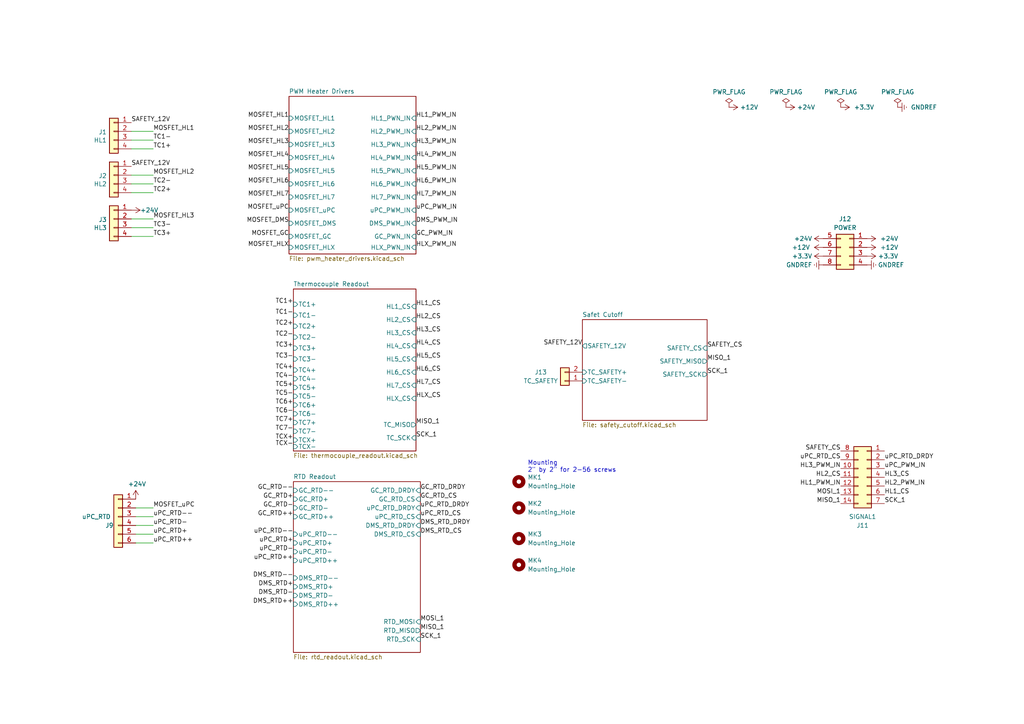
<source format=kicad_sch>
(kicad_sch (version 20250114) (generator "eeschema") (generator_version "9.0")
  (paper "A4")
  (lib_symbols
    (symbol "Connector_Generic:Conn_01x02" (pin_names (offset 1.016) (hide yes))
      (property "Reference" "J" (at 0 2.54 0))
      (property "Value" "Conn_01x02" (at 0 -5.08 0))
      (symbol "Conn_01x02_1_1"
        (rectangle (start -1.27 1.27) (end 1.27 -3.81) (stroke (width 0.254)) (fill (type background)))
        (rectangle (start -1.27 0.127) (end 0 -0.127) (stroke (width 0.1524)))
        (rectangle (start -1.27 -2.413) (end 0 -2.667) (stroke (width 0.1524)))
        (pin passive line (at -5.08 0 0) (length 3.81) (name "Pin_1") (number "1"))
        (pin passive line (at -5.08 -2.54 0) (length 3.81) (name "Pin_2") (number "2"))
      )
    )
    (symbol "Connector_Generic:Conn_01x04" (pin_names (offset 1.016) (hide yes))
      (property "Reference" "J" (at 0 5.08 0))
      (property "Value" "Conn_01x04" (at 0 -7.62 0))
      (symbol "Conn_01x04_1_1"
        (rectangle (start -1.27 3.81) (end 1.27 -6.35) (stroke (width 0.254)) (fill (type background)))
        (rectangle (start -1.27 2.667) (end 0 2.413) (stroke (width 0.1524)))
        (rectangle (start -1.27 0.127) (end 0 -0.127) (stroke (width 0.1524)))
        (rectangle (start -1.27 -2.413) (end 0 -2.667) (stroke (width 0.1524)))
        (rectangle (start -1.27 -4.953) (end 0 -5.207) (stroke (width 0.1524)))
        (pin passive line (at -5.08 2.54 0) (length 3.81) (name "Pin_1") (number "1"))
        (pin passive line (at -5.08 0 0) (length 3.81) (name "Pin_2") (number "2"))
        (pin passive line (at -5.08 -2.54 0) (length 3.81) (name "Pin_3") (number "3"))
        (pin passive line (at -5.08 -5.08 0) (length 3.81) (name "Pin_4") (number "4"))
      )
    )
    (symbol "Connector_Generic:Conn_01x06" (pin_names (offset 1.016) (hide yes))
      (property "Reference" "J" (at 0 7.62 0))
      (property "Value" "Conn_01x06" (at 0 -10.16 0))
      (symbol "Conn_01x06_1_1"
        (rectangle (start -1.27 6.35) (end 1.27 -8.89) (stroke (width 0.254)) (fill (type background)))
        (rectangle (start -1.27 5.207) (end 0 4.953) (stroke (width 0.1524)))
        (rectangle (start -1.27 2.667) (end 0 2.413) (stroke (width 0.1524)))
        (rectangle (start -1.27 0.127) (end 0 -0.127) (stroke (width 0.1524)))
        (rectangle (start -1.27 -2.413) (end 0 -2.667) (stroke (width 0.1524)))
        (rectangle (start -1.27 -4.953) (end 0 -5.207) (stroke (width 0.1524)))
        (rectangle (start -1.27 -7.493) (end 0 -7.747) (stroke (width 0.1524)))
        (pin passive line (at -5.08 5.08 0) (length 3.81) (name "Pin_1") (number "1"))
        (pin passive line (at -5.08 2.54 0) (length 3.81) (name "Pin_2") (number "2"))
        (pin passive line (at -5.08 0 0) (length 3.81) (name "Pin_3") (number "3"))
        (pin passive line (at -5.08 -2.54 0) (length 3.81) (name "Pin_4") (number "4"))
        (pin passive line (at -5.08 -5.08 0) (length 3.81) (name "Pin_5") (number "5"))
        (pin passive line (at -5.08 -7.62 0) (length 3.81) (name "Pin_6") (number "6"))
      )
    )
    (symbol "Mechanical:MountingHole" (pin_names (offset 1.016))
      (property "Reference" "H" (at 0 5.08 0))
      (property "Value" "MountingHole" (at 0 3.175 0))
      (symbol "MountingHole_0_1"
        (circle (center 0 0) (radius 1.27) (stroke (width 1.27)))
      )
    )
    (symbol "conn:Conn_02x04_Top_Bottom" (pin_names (offset 1.016) (hide yes))
      (property "Reference" "J" (at 1.27 5.08 0))
      (property "Value" "Conn_02x04_Top_Bottom" (at 1.27 -7.62 0))
      (symbol "Conn_02x04_Top_Bottom_1_1"
        (rectangle (start -1.27 3.81) (end 3.81 -6.35) (stroke (width 0.254)) (fill (type background)))
        (rectangle (start -1.27 2.667) (end 0 2.413) (stroke (width 0.1524)))
        (rectangle (start -1.27 0.127) (end 0 -0.127) (stroke (width 0.1524)))
        (rectangle (start -1.27 -2.413) (end 0 -2.667) (stroke (width 0.1524)))
        (rectangle (start -1.27 -4.953) (end 0 -5.207) (stroke (width 0.1524)))
        (rectangle (start 3.81 2.667) (end 2.54 2.413) (stroke (width 0.1524)))
        (rectangle (start 3.81 0.127) (end 2.54 -0.127) (stroke (width 0.1524)))
        (rectangle (start 3.81 -2.413) (end 2.54 -2.667) (stroke (width 0.1524)))
        (rectangle (start 3.81 -4.953) (end 2.54 -5.207) (stroke (width 0.1524)))
        (pin passive line (at -5.08 2.54 0) (length 3.81) (name "Pin_1") (number "1"))
        (pin passive line (at -5.08 0 0) (length 3.81) (name "Pin_2") (number "2"))
        (pin passive line (at -5.08 -2.54 0) (length 3.81) (name "Pin_3") (number "3"))
        (pin passive line (at -5.08 -5.08 0) (length 3.81) (name "Pin_4") (number "4"))
        (pin passive line (at 7.62 2.54 180) (length 3.81) (name "Pin_5") (number "5"))
        (pin passive line (at 7.62 0 180) (length 3.81) (name "Pin_6") (number "6"))
        (pin passive line (at 7.62 -2.54 180) (length 3.81) (name "Pin_7") (number "7"))
        (pin passive line (at 7.62 -5.08 180) (length 3.81) (name "Pin_8") (number "8"))
      )
    )
    (symbol "conn:Conn_02x07_Top_Bottom" (pin_names (offset 1.016) (hide yes))
      (property "Reference" "J" (at 1.27 10.16 0))
      (property "Value" "Conn_02x07_Top_Bottom" (at 1.27 -10.16 0))
      (symbol "Conn_02x07_Top_Bottom_1_1"
        (rectangle (start -1.27 8.89) (end 3.81 -8.89) (stroke (width 0.254)) (fill (type background)))
        (rectangle (start -1.27 7.747) (end 0 7.493) (stroke (width 0.1524)))
        (rectangle (start -1.27 5.207) (end 0 4.953) (stroke (width 0.1524)))
        (rectangle (start -1.27 2.667) (end 0 2.413) (stroke (width 0.1524)))
        (rectangle (start -1.27 0.127) (end 0 -0.127) (stroke (width 0.1524)))
        (rectangle (start -1.27 -2.413) (end 0 -2.667) (stroke (width 0.1524)))
        (rectangle (start -1.27 -4.953) (end 0 -5.207) (stroke (width 0.1524)))
        (rectangle (start -1.27 -7.493) (end 0 -7.747) (stroke (width 0.1524)))
        (rectangle (start 3.81 7.747) (end 2.54 7.493) (stroke (width 0.1524)))
        (rectangle (start 3.81 5.207) (end 2.54 4.953) (stroke (width 0.1524)))
        (rectangle (start 3.81 2.667) (end 2.54 2.413) (stroke (width 0.1524)))
        (rectangle (start 3.81 0.127) (end 2.54 -0.127) (stroke (width 0.1524)))
        (rectangle (start 3.81 -2.413) (end 2.54 -2.667) (stroke (width 0.1524)))
        (rectangle (start 3.81 -4.953) (end 2.54 -5.207) (stroke (width 0.1524)))
        (rectangle (start 3.81 -7.493) (end 2.54 -7.747) (stroke (width 0.1524)))
        (pin passive line (at -5.08 7.62 0) (length 3.81) (name "Pin_1") (number "1"))
        (pin passive line (at -5.08 5.08 0) (length 3.81) (name "Pin_2") (number "2"))
        (pin passive line (at -5.08 2.54 0) (length 3.81) (name "Pin_3") (number "3"))
        (pin passive line (at -5.08 0 0) (length 3.81) (name "Pin_4") (number "4"))
        (pin passive line (at -5.08 -2.54 0) (length 3.81) (name "Pin_5") (number "5"))
        (pin passive line (at -5.08 -5.08 0) (length 3.81) (name "Pin_6") (number "6"))
        (pin passive line (at -5.08 -7.62 0) (length 3.81) (name "Pin_7") (number "7"))
        (pin passive line (at 7.62 7.62 180) (length 3.81) (name "Pin_8") (number "8"))
        (pin passive line (at 7.62 5.08 180) (length 3.81) (name "Pin_9") (number "9"))
        (pin passive line (at 7.62 2.54 180) (length 3.81) (name "Pin_10") (number "10"))
        (pin passive line (at 7.62 0 180) (length 3.81) (name "Pin_11") (number "11"))
        (pin passive line (at 7.62 -2.54 180) (length 3.81) (name "Pin_12") (number "12"))
        (pin passive line (at 7.62 -5.08 180) (length 3.81) (name "Pin_13") (number "13"))
        (pin passive line (at 7.62 -7.62 180) (length 3.81) (name "Pin_14") (number "14"))
      )
    )
    (symbol "power:+12V" (power) (pin_names (offset 0))
      (property "Value" "+12V" (at 0 3.556 0))
      (symbol "+12V_0_1"
        (polyline (pts (xy -0.762 1.27) (xy 0 2.54)))
        (polyline (pts (xy 0 2.54) (xy 0.762 1.27)))
        (polyline (pts (xy 0 0) (xy 0 2.54)))
      )
      (symbol "+12V_1_1"
        (pin power_in line (at 0 0 90) (length 0) (hide yes) (name "+12V") (number "1"))
      )
    )
    (symbol "power:+24V" (power) (pin_names (offset 0))
      (property "Value" "+24V" (at 0 3.556 0))
      (symbol "+24V_0_1"
        (polyline (pts (xy -0.762 1.27) (xy 0 2.54)))
        (polyline (pts (xy 0 2.54) (xy 0.762 1.27)))
        (polyline (pts (xy 0 0) (xy 0 2.54)))
      )
      (symbol "+24V_1_1"
        (pin power_in line (at 0 0 90) (length 0) (hide yes) (name "+24V") (number "1"))
      )
    )
    (symbol "power:+3.3V" (power) (pin_names (offset 0))
      (property "Value" "+3.3V" (at 0 3.556 0))
      (symbol "+3.3V_0_1"
        (polyline (pts (xy -0.762 1.27) (xy 0 2.54)))
        (polyline (pts (xy 0 2.54) (xy 0.762 1.27)))
        (polyline (pts (xy 0 0) (xy 0 2.54)))
      )
      (symbol "+3.3V_1_1"
        (pin power_in line (at 0 0 90) (length 0) (hide yes) (name "+3.3V") (number "1"))
      )
    )
    (symbol "power:GNDREF" (power) (pin_names (offset 0))
      (property "Value" "GNDREF" (at 0 -3.81 0))
      (symbol "GNDREF_0_1"
        (polyline (pts (xy -0.635 -1.905) (xy 0.635 -1.905)))
        (polyline (pts (xy -0.127 -2.54) (xy 0.127 -2.54)))
        (polyline (pts (xy 0 -1.27) (xy 0 0)))
        (polyline (pts (xy 1.27 -1.27) (xy -1.27 -1.27)))
      )
      (symbol "GNDREF_1_1"
        (pin power_in line (at 0 0 270) (length 0) (hide yes) (name "GNDREF") (number "1"))
      )
    )
    (symbol "power:PWR_FLAG" (power) (pin_numbers (hide yes)) (pin_names (offset 0) (hide yes))
      (property "Value" "PWR_FLAG" (at 0 3.81 0))
      (symbol "PWR_FLAG_0_0"
        (pin power_out line (at 0 0 90) (length 0) (name "pwr") (number "1"))
      )
      (symbol "PWR_FLAG_0_1"
        (polyline (pts (xy 0 0) (xy 0 1.27) (xy -1.016 1.905) (xy 0 2.54) (xy 1.016 1.905) (xy 0 1.27)))
      )
    )
  )
  (text "Mounting\n2\" by 2\" for 2-56 screws" (at 153.035 137.16 0) (effects (font (size 1.27 1.27)) (justify left bottom)))
  (wire (pts (xy 44.45 149.86) (xy 39.37 149.86)))
  (wire (pts (xy 44.45 152.4) (xy 39.37 152.4)))
  (wire (pts (xy 38.1 55.88) (xy 44.45 55.88)))
  (wire (pts (xy 38.1 68.58) (xy 44.45 68.58)))
  (wire (pts (xy 44.45 157.48) (xy 39.37 157.48)))
  (wire (pts (xy 38.1 43.18) (xy 44.45 43.18)))
  (wire (pts (xy 39.37 154.94) (xy 44.45 154.94)))
  (wire (pts (xy 44.45 66.04) (xy 38.1 66.04)))
  (wire (pts (xy 44.45 63.5) (xy 38.1 63.5)))
  (wire (pts (xy 38.1 50.8) (xy 44.45 50.8)))
  (wire (pts (xy 39.37 147.32) (xy 44.45 147.32)))
  (wire (pts (xy 38.1 38.1) (xy 44.45 38.1)))
  (wire (pts (xy 38.1 53.34) (xy 44.45 53.34)))
  (wire (pts (xy 38.1 40.64) (xy 44.45 40.64)))
  (label "MOSFET_HL7" (at 83.82 57.15 180))
  (label "GC_RTD_CS" (at 121.92 144.78 0))
  (label "SAFETY_CS" (at 205.105 100.965 0))
  (label "MOSFET_HL1" (at 44.45 38.1 0))
  (label "HL3_CS" (at 120.65 96.52 0))
  (label "TC4-" (at 85.09 109.855 180))
  (label "HL3_PWM_IN" (at 243.84 135.89 180))
  (label "MISO_1" (at 121.92 182.88 0))
  (label "TC3+" (at 85.09 100.965 180))
  (label "MOSFET_HL2" (at 83.82 38.1 180))
  (label "HL1_CS" (at 256.54 143.51 0))
  (label "HL2_PWM_IN" (at 120.65 38.1 0))
  (label "uPC_RTD+" (at 44.45 154.94 0))
  (label "uPC_RTD-" (at 44.45 152.4 0))
  (label "MOSFET_HL6" (at 83.82 53.34 180))
  (label "TC3-" (at 44.45 66.04 0))
  (label "GC_RTD_DRDY" (at 121.92 142.24 0))
  (label "MISO_1" (at 205.105 104.775 0))
  (label "TC6-" (at 85.09 120.015 180))
  (label "DMS_RTD++" (at 85.09 175.26 180))
  (label "SAFETY_12V" (at 38.1 48.26 0))
  (label "MOSFET_HL1" (at 83.82 34.29 180))
  (label "GC_RTD++" (at 85.09 149.86 180))
  (label "SCK_1" (at 121.92 185.42 0))
  (label "TC7-" (at 85.09 125.095 180))
  (label "uPC_RTD+" (at 85.09 157.48 180))
  (label "DMS_RTD_CS" (at 121.92 154.94 0))
  (label "MOSFET_HL3" (at 44.45 63.5 0))
  (label "TC1-" (at 44.45 40.64 0))
  (label "SAFETY_12V" (at 168.91 100.33 180))
  (label "HL2_CS" (at 120.65 92.71 0))
  (label "TC2+" (at 85.09 94.615 180))
  (label "DMS_PWM_IN" (at 120.65 64.77 0))
  (label "MOSI_1" (at 243.84 143.51 180))
  (label "GC_RTD-" (at 85.09 147.32 180))
  (label "TC3+" (at 44.45 68.58 0))
  (label "DMS_RTD--" (at 85.09 167.64 180))
  (label "TC1+" (at 44.45 43.18 0))
  (label "uPC_RTD-" (at 85.09 160.02 180))
  (label "MOSFET_uPC" (at 83.82 60.96 180))
  (label "uPC_RTD_DRDY" (at 256.54 133.35 0))
  (label "HLX_CS" (at 120.65 115.57 0))
  (label "HL5_CS" (at 120.65 104.14 0))
  (label "HLX_PWM_IN" (at 120.65 71.755 0))
  (label "HL3_PWM_IN" (at 120.65 41.91 0))
  (label "TC6+" (at 85.09 117.475 180))
  (label "TC2-" (at 85.09 97.79 180))
  (label "uPC_RTD++" (at 44.45 157.48 0))
  (label "DMS_RTD-" (at 85.09 172.72 180))
  (label "MOSFET_HL4" (at 83.82 45.72 180))
  (label "HL5_PWM_IN" (at 120.65 49.53 0))
  (label "HL6_PWM_IN" (at 120.65 53.34 0))
  (label "MOSFET_DMS" (at 83.82 64.77 180))
  (label "TC4+" (at 85.09 107.315 180))
  (label "HL1_PWM_IN" (at 120.65 34.29 0))
  (label "SCK_1" (at 205.105 108.585 0))
  (label "HL3_CS" (at 256.54 138.43 0))
  (label "MOSI_1" (at 121.92 180.34 0))
  (label "TCX-" (at 85.09 129.54 180))
  (label "MOSFET_HLX" (at 83.82 71.755 180))
  (label "uPC_RTD--" (at 85.09 154.94 180))
  (label "MISO_1" (at 243.84 146.05 180))
  (label "TC7+" (at 85.09 122.555 180))
  (label "HL7_PWM_IN" (at 120.65 57.15 0))
  (label "SAFETY_CS" (at 243.84 130.81 180))
  (label "uPC_PWM_IN" (at 120.65 60.96 0))
  (label "SAFETY_12V" (at 38.1 35.56 0))
  (label "TC5-" (at 85.09 114.935 180))
  (label "SCK_1" (at 120.65 127 0))
  (label "HL2_PWM_IN" (at 256.54 140.97 0))
  (label "uPC_RTD_CS" (at 121.92 149.86 0))
  (label "DMS_RTD+" (at 85.09 170.18 180))
  (label "HL1_PWM_IN" (at 243.84 140.97 180))
  (label "GC_RTD--" (at 85.09 142.24 180))
  (label "GC_PWM_IN" (at 120.65 68.58 0))
  (label "uPC_PWM_IN" (at 256.54 135.89 0))
  (label "MOSFET_HL5" (at 83.82 49.53 180))
  (label "MISO_1" (at 120.65 123.19 0))
  (label "HL2_CS" (at 243.84 138.43 180))
  (label "TC2+" (at 44.45 55.88 0))
  (label "MOSFET_HL3" (at 83.82 41.91 180))
  (label "MOSFET_GC" (at 83.82 68.58 180))
  (label "HL6_CS" (at 120.65 107.95 0))
  (label "uPC_RTD_DRDY" (at 121.92 147.32 0))
  (label "SCK_1" (at 256.54 146.05 0))
  (label "HL7_CS" (at 120.65 111.76 0))
  (label "uPC_RTD++" (at 85.09 162.56 180))
  (label "HL1_CS" (at 120.65 88.9 0))
  (label "TC1+" (at 85.09 88.265 180))
  (label "MOSFET_HL2" (at 44.45 50.8 0))
  (label "TC2-" (at 44.45 53.34 0))
  (label "GC_RTD+" (at 85.09 144.78 180))
  (label "TC5+" (at 85.09 112.395 180))
  (label "uPC_RTD--" (at 44.45 149.86 0))
  (label "HL4_CS" (at 120.65 100.33 0))
  (label "uPC_RTD_CS" (at 243.84 133.35 180))
  (label "HL4_PWM_IN" (at 120.65 45.72 0))
  (label "TC1-" (at 85.09 91.44 180))
  (label "TC3-" (at 85.09 104.14 180))
  (label "MOSFET_uPC" (at 44.45 147.32 0))
  (label "DMS_RTD_DRDY" (at 121.92 152.4 0))
  (label "TCX+" (at 85.09 127.635 180))
  (symbol (lib_id "power:GNDREF") (at 251.46 76.835 90) (unit 1)
    (property "Reference" "#PWR073" (effects (hide yes)))
    (property "Value" "GNDREF" (at 254.635 76.835 90) (effects (justify right)))
  )
  (symbol (lib_id "Mechanical:MountingHole") (at 150.495 147.32 0) (unit 1)
    (property "Reference" "MK2" (at 153.035 146.0499 0) (effects (justify left)))
    (property "Value" "Mounting_Hole" (at 153.035 148.5899 0) (effects (justify left)))
    (property "Footprint" "MountingHole:MountingHole_3.2mm_M3" (effects (hide yes)))
  )
  (symbol (lib_id "power:+12V") (at 211.455 31.115 270) (unit 1)
    (property "Reference" "#PWR096" (effects (hide yes)))
    (property "Value" "+12V" (at 214.63 31.115 90) (effects (justify left)))
  )
  (symbol (lib_id "power:+3.3V") (at 243.84 31.115 270) (unit 1)
    (property "Reference" "#PWR098" (effects (hide yes)))
    (property "Value" "+3.3V" (at 247.65 31.115 90) (effects (justify left)))
  )
  (symbol (lib_id "Connector_Generic:Conn_01x04") (at 33.02 38.1 0) (mirror y) (unit 1)
    (property "Reference" "J1" (at 30.988 38.3032 0) (effects (justify left)))
    (property "Value" "HL1" (at 30.988 40.6654 0) (effects (justify left)))
    (property "Footprint" "NYSEARCH:Molex_SL_171975-0004_1x04_P2.54mm_Horizontal" (effects (hide yes)))
  )
  (symbol (lib_id "Mechanical:MountingHole") (at 150.495 163.83 0) (unit 1)
    (property "Reference" "MK4" (at 153.035 162.5599 0) (effects (justify left)))
    (property "Value" "Mounting_Hole" (at 153.035 165.0999 0) (effects (justify left)))
    (property "Footprint" "MountingHole:MountingHole_3.2mm_M3" (effects (hide yes)))
  )
  (symbol (lib_id "power:+24V") (at 238.76 69.215 90) (unit 1)
    (property "Reference" "#PWR026" (effects (hide yes)))
    (property "Value" "+24V" (at 235.585 69.215 90) (effects (justify left)))
  )
  (symbol (lib_id "power:PWR_FLAG") (at 211.455 31.115 0) (unit 1)
    (property "Reference" "#FLG01" (effects (hide yes)))
    (property "Value" "PWR_FLAG" (at 211.455 26.67 0))
  )
  (symbol (lib_id "power:GNDREF") (at 260.35 31.115 90) (unit 1)
    (property "Reference" "#PWR099" (effects (hide yes)))
    (property "Value" "GNDREF" (at 264.16 31.115 90) (effects (justify right)))
  )
  (symbol (lib_id "conn:Conn_02x04_Top_Bottom") (at 246.38 71.755 0) (mirror y) (unit 1)
    (property "Reference" "J12" (at 245.11 63.5 0))
    (property "Value" "POWER" (at 245.11 66.04 0))
    (property "Footprint" "Connector_Molex:Molex_Micro-Fit_3.0_43045-0800_2x04_P3.00mm_Horizontal" (effects (hide yes)))
  )
  (symbol (lib_id "power:+24V") (at 227.965 31.115 270) (unit 1)
    (property "Reference" "#PWR097" (effects (hide yes)))
    (property "Value" "+24V" (at 231.14 31.115 90) (effects (justify left)))
  )
  (symbol (lib_id "Connector_Generic:Conn_01x06") (at 34.29 149.86 0) (mirror y) (unit 1)
    (property "Reference" "J9" (at 31.75 152.4 0))
    (property "Value" "uPC_RTD" (at 27.94 149.86 0))
    (property "Footprint" "NYSEARCH:Molex_SL_171975-0006_1x06_P2.54mm_Horizontal" (effects (hide yes)))
  )
  (symbol (lib_id "Connector_Generic:Conn_01x04") (at 33.02 50.8 0) (mirror y) (unit 1)
    (property "Reference" "J2" (at 30.988 51.0032 0) (effects (justify left)))
    (property "Value" "HL2" (at 30.988 53.3654 0) (effects (justify left)))
    (property "Footprint" "NYSEARCH:Molex_SL_171975-0004_1x04_P2.54mm_Horizontal" (effects (hide yes)))
  )
  (symbol (lib_id "power:PWR_FLAG") (at 227.965 31.115 0) (unit 1)
    (property "Reference" "#FLG02" (effects (hide yes)))
    (property "Value" "PWR_FLAG" (at 227.965 26.67 0))
  )
  (symbol (lib_id "power:+3.3V") (at 251.46 74.295 270) (unit 1)
    (property "Reference" "#PWR0102" (effects (hide yes)))
    (property "Value" "+3.3V" (at 254.635 74.295 90) (effects (justify left)))
  )
  (symbol (lib_id "power:PWR_FLAG") (at 243.84 31.115 0) (unit 1)
    (property "Reference" "#FLG03" (effects (hide yes)))
    (property "Value" "PWR_FLAG" (at 243.84 26.67 0))
  )
  (symbol (lib_id "Mechanical:MountingHole") (at 150.495 139.7 0) (unit 1)
    (property "Reference" "MK1" (at 153.035 138.4299 0) (effects (justify left)))
    (property "Value" "Mounting_Hole" (at 153.035 140.9699 0) (effects (justify left)))
    (property "Footprint" "MountingHole:MountingHole_3.2mm_M3" (effects (hide yes)))
  )
  (symbol (lib_id "power:+12V") (at 251.46 71.755 270) (unit 1)
    (property "Reference" "#PWR071" (effects (hide yes)))
    (property "Value" "+12V" (at 255.27 71.755 90) (effects (justify left)))
  )
  (symbol (lib_id "power:PWR_FLAG") (at 260.35 31.115 0) (unit 1)
    (property "Reference" "#FLG04" (effects (hide yes)))
    (property "Value" "PWR_FLAG" (at 260.35 26.67 0))
  )
  (symbol (lib_id "power:+24V") (at 251.46 69.215 270) (unit 1)
    (property "Reference" "#PWR072" (effects (hide yes)))
    (property "Value" "+24V" (at 255.27 69.215 90) (effects (justify left)))
  )
  (symbol (lib_id "power:+24V") (at 38.1 60.96 270) (unit 1)
    (property "Reference" "#PWR063" (effects (hide yes)))
    (property "Value" "+24V" (at 40.64 60.96 90) (effects (justify left)))
  )
  (symbol (lib_id "power:+3.3V") (at 238.76 74.295 90) (unit 1)
    (property "Reference" "#PWR095" (effects (hide yes)))
    (property "Value" "+3.3V" (at 235.585 74.295 90) (effects (justify left)))
  )
  (symbol (lib_id "Mechanical:MountingHole") (at 150.495 156.21 0) (unit 1)
    (property "Reference" "MK3" (at 153.035 154.9399 0) (effects (justify left)))
    (property "Value" "Mounting_Hole" (at 153.035 157.4799 0) (effects (justify left)))
    (property "Footprint" "MountingHole:MountingHole_3.2mm_M3" (effects (hide yes)))
  )
  (symbol (lib_id "power:+12V") (at 238.76 71.755 90) (unit 1)
    (property "Reference" "#PWR027" (effects (hide yes)))
    (property "Value" "+12V" (at 234.95 71.755 90) (effects (justify left)))
  )
  (symbol (lib_id "power:GNDREF") (at 238.76 76.835 270) (unit 1)
    (property "Reference" "#PWR094" (effects (hide yes)))
    (property "Value" "GNDREF" (at 235.585 76.835 90) (effects (justify right)))
  )
  (symbol (lib_id "Connector_Generic:Conn_01x04") (at 33.02 63.5 0) (mirror y) (unit 1)
    (property "Reference" "J3" (at 30.988 63.7032 0) (effects (justify left)))
    (property "Value" "HL3" (at 30.988 66.0654 0) (effects (justify left)))
    (property "Footprint" "NYSEARCH:Molex_SL_171975-0004_1x04_P2.54mm_Horizontal" (effects (hide yes)))
  )
  (symbol (lib_id "Connector_Generic:Conn_01x02") (at 163.83 110.49 180) (unit 1)
    (property "Reference" "J13" (at 156.845 107.95 0))
    (property "Value" "TC_SAFETY" (at 156.845 110.49 0))
    (property "Footprint" "NYSEARCH:Molex_SL_171975-0002_1x02_P2.54mm_Horizontal" (effects (hide yes)))
  )
  (symbol (lib_id "conn:Conn_02x07_Top_Bottom") (at 251.46 138.43 0) (mirror y) (unit 1)
    (property "Reference" "J11" (at 250.19 152.4 0))
    (property "Value" "SIGNAL1" (at 250.19 149.86 0))
    (property "Footprint" "Connector_Molex:Molex_Micro-Fit_3.0_43045-1400_2x07_P3.00mm_Horizontal" (effects (hide yes)))
  )
  (symbol (lib_id "power:+24V") (at 39.37 144.78 0) (unit 1)
    (property "Reference" "#PWR069" (effects (hide yes)))
    (property "Value" "+24V" (at 39.751 140.3858 0))
  )
  (sheet (at 168.91 92.71) (size 36.195 29.21) (stroke (width 0.1524))
    (property "Sheetname" "Safet Cutoff" (at 168.91 91.9984 0) (effects (justify left bottom)))
    (property "Sheetfile" "safety_cutoff.kicad_sch" (at 168.91 122.5046 0) (effects (justify left top)))
    (pin "TC_SAFETY+" input (at 168.91 107.95 180))
    (pin "TC_SAFETY-" input (at 168.91 110.49 180))
    (pin "SAFETY_12V" output (at 168.91 100.33 180))
    (pin "SAFETY_CS" input (at 205.105 100.965 0))
    (pin "SAFETY_MISO" output (at 205.105 104.775 0))
    (pin "SAFETY_SCK" output (at 205.105 108.585 0))
  )
  (sheet (at 85.09 139.7) (size 36.83 49.53) (stroke (width 0.1524))
    (property "Sheetname" "RTD Readout" (at 85.09 138.9884 0) (effects (justify left bottom)))
    (property "Sheetfile" "rtd_readout.kicad_sch" (at 85.09 189.8146 0) (effects (justify left top)))
    (pin "GC_RTD--" input (at 85.09 142.24 180))
    (pin "GC_RTD+" input (at 85.09 144.78 180))
    (pin "GC_RTD-" input (at 85.09 147.32 180))
    (pin "RTD_MOSI" input (at 121.92 180.34 0))
    (pin "GC_RTD_DRDY" input (at 121.92 142.24 0))
    (pin "GC_RTD++" input (at 85.09 149.86 180))
    (pin "GC_RTD_CS" input (at 121.92 144.78 0))
    (pin "RTD_SCK" input (at 121.92 185.42 0))
    (pin "uPC_RTD+" input (at 85.09 157.48 180))
    (pin "uPC_RTD-" input (at 85.09 160.02 180))
    (pin "uPC_RTD--" input (at 85.09 154.94 180))
    (pin "DMS_RTD-" input (at 85.09 172.72 180))
    (pin "DMS_RTD+" input (at 85.09 170.18 180))
    (pin "DMS_RTD--" input (at 85.09 167.64 180))
    (pin "DMS_RTD++" input (at 85.09 175.26 180))
    (pin "DMS_RTD_DRDY" input (at 121.92 152.4 0))
    (pin "DMS_RTD_CS" input (at 121.92 154.94 0))
    (pin "uPC_RTD_DRDY" input (at 121.92 147.32 0))
    (pin "uPC_RTD_CS" input (at 121.92 149.86 0))
    (pin "uPC_RTD++" input (at 85.09 162.56 180))
    (pin "RTD_MISO" output (at 121.92 182.88 0))
  )
  (sheet (at 83.82 27.94) (size 36.83 45.72) (stroke (width 0.1524))
    (property "Sheetname" "PWM Heater Drivers" (at 83.82 27.2284 0) (effects (justify left bottom)))
    (property "Sheetfile" "pwm_heater_drivers.kicad_sch" (at 83.82 74.2446 0) (effects (justify left top)))
    (pin "MOSFET_HL7" input (at 83.82 57.15 180))
    (pin "MOSFET_uPC" input (at 83.82 60.96 180))
    (pin "uPC_PWM_IN" input (at 120.65 60.96 0))
    (pin "HL7_PWN_IN" input (at 120.65 57.15 0))
    (pin "DMS_PWM_IN" input (at 120.65 64.77 0))
    (pin "GC_PWN_IN" input (at 120.65 68.58 0))
    (pin "HL5_PWN_IN" input (at 120.65 49.53 0))
    (pin "HL6_PWM_IN" input (at 120.65 53.34 0))
    (pin "HL2_PWM_IN" input (at 120.65 38.1 0))
    (pin "HL1_PWN_IN" input (at 120.65 34.29 0))
    (pin "HL4_PWM_IN" input (at 120.65 45.72 0))
    (pin "HL3_PWN_IN" input (at 120.65 41.91 0))
    (pin "MOSFET_HL2" input (at 83.82 38.1 180))
    (pin "MOSFET_HL1" input (at 83.82 34.29 180))
    (pin "MOSFET_HL4" input (at 83.82 45.72 180))
    (pin "MOSFET_HL3" input (at 83.82 41.91 180))
    (pin "MOSFET_HL5" input (at 83.82 49.53 180))
    (pin "MOSFET_HL6" input (at 83.82 53.34 180))
    (pin "MOSFET_DMS" input (at 83.82 64.77 180))
    (pin "MOSFET_GC" input (at 83.82 68.58 180))
    (pin "HLX_PWN_IN" input (at 120.65 71.755 0))
    (pin "MOSFET_HLX" input (at 83.82 71.755 180))
  )
  (sheet (at 85.09 83.82) (size 35.56 46.99) (stroke (width 0.1524))
    (property "Sheetname" "Thermocouple Readout" (at 85.09 83.1084 0) (effects (justify left bottom)))
    (property "Sheetfile" "thermocouple_readout.kicad_sch" (at 85.09 131.3946 0) (effects (justify left top)))
    (pin "TC5-" input (at 85.09 114.935 180))
    (pin "TC5+" input (at 85.09 112.395 180))
    (pin "TC7+" input (at 85.09 122.555 180))
    (pin "TC7-" input (at 85.09 125.095 180))
    (pin "HL1_CS" input (at 120.65 88.9 0))
    (pin "HL3_CS" input (at 120.65 96.52 0))
    (pin "TC4-" input (at 85.09 109.855 180))
    (pin "TC1+" input (at 85.09 88.265 180))
    (pin "TC2-" input (at 85.09 97.79 180))
    (pin "TC2+" input (at 85.09 94.615 180))
    (pin "HL2_CS" input (at 120.65 92.71 0))
    (pin "TC_MISO" output (at 120.65 123.19 0))
    (pin "TC_SCK" input (at 120.65 127 0))
    (pin "HL4_CS" input (at 120.65 100.33 0))
    (pin "TC3-" input (at 85.09 104.14 180))
    (pin "TC3+" input (at 85.09 100.965 180))
    (pin "TC6-" input (at 85.09 120.015 180))
    (pin "TC6+" input (at 85.09 117.475 180))
    (pin "HL6_CS" input (at 120.65 107.95 0))
    (pin "HL7_CS" input (at 120.65 111.76 0))
    (pin "HL5_CS" input (at 120.65 104.14 0))
    (pin "TC1-" input (at 85.09 91.44 180))
    (pin "TC4+" input (at 85.09 107.315 180))
    (pin "HLX_CS" input (at 120.65 115.57 0))
    (pin "TCX-" input (at 85.09 129.54 180))
    (pin "TCX+" input (at 85.09 127.635 180))
  )
)
</source>
